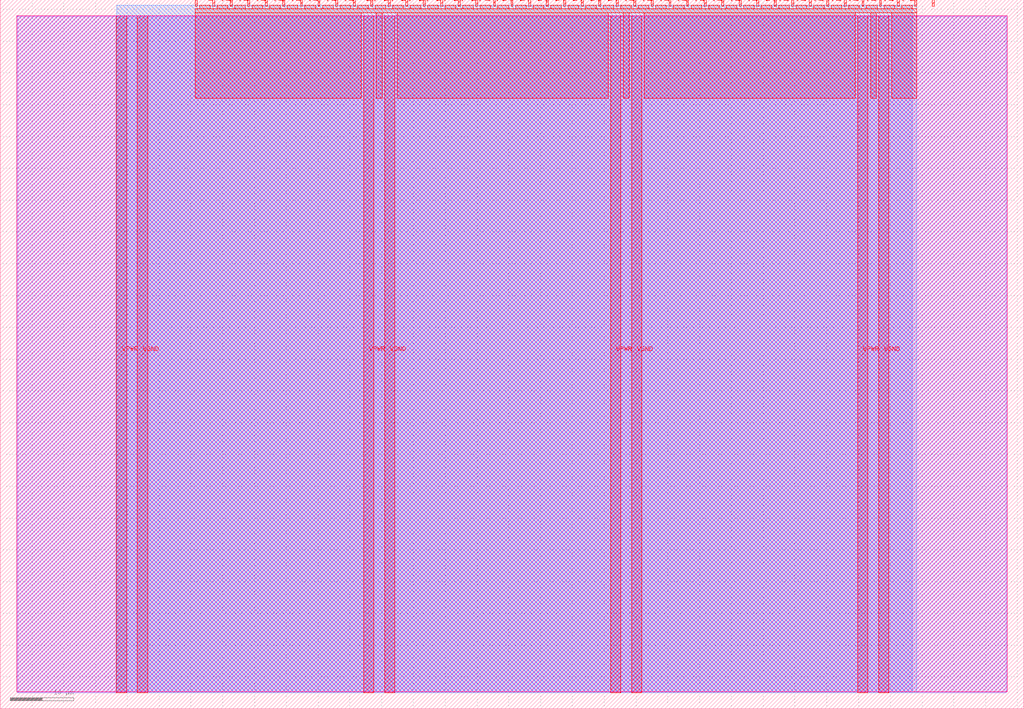
<source format=lef>
VERSION 5.7 ;
  NOWIREEXTENSIONATPIN ON ;
  DIVIDERCHAR "/" ;
  BUSBITCHARS "[]" ;
MACRO tt_um_wokwi_413919522908184577
  CLASS BLOCK ;
  FOREIGN tt_um_wokwi_413919522908184577 ;
  ORIGIN 0.000 0.000 ;
  SIZE 161.000 BY 111.520 ;
  PIN VGND
    DIRECTION INOUT ;
    USE GROUND ;
    PORT
      LAYER met4 ;
        RECT 21.580 2.480 23.180 109.040 ;
    END
    PORT
      LAYER met4 ;
        RECT 60.450 2.480 62.050 109.040 ;
    END
    PORT
      LAYER met4 ;
        RECT 99.320 2.480 100.920 109.040 ;
    END
    PORT
      LAYER met4 ;
        RECT 138.190 2.480 139.790 109.040 ;
    END
  END VGND
  PIN VPWR
    DIRECTION INOUT ;
    USE POWER ;
    PORT
      LAYER met4 ;
        RECT 18.280 2.480 19.880 109.040 ;
    END
    PORT
      LAYER met4 ;
        RECT 57.150 2.480 58.750 109.040 ;
    END
    PORT
      LAYER met4 ;
        RECT 96.020 2.480 97.620 109.040 ;
    END
    PORT
      LAYER met4 ;
        RECT 134.890 2.480 136.490 109.040 ;
    END
  END VPWR
  PIN clk
    DIRECTION INPUT ;
    USE SIGNAL ;
    ANTENNAGATEAREA 0.495000 ;
    PORT
      LAYER met4 ;
        RECT 143.830 110.520 144.130 111.520 ;
    END
  END clk
  PIN ena
    DIRECTION INPUT ;
    USE SIGNAL ;
    PORT
      LAYER met4 ;
        RECT 146.590 110.520 146.890 111.520 ;
    END
  END ena
  PIN rst_n
    DIRECTION INPUT ;
    USE SIGNAL ;
    ANTENNAGATEAREA 0.196500 ;
    PORT
      LAYER met4 ;
        RECT 141.070 110.520 141.370 111.520 ;
    END
  END rst_n
  PIN ui_in[0]
    DIRECTION INPUT ;
    USE SIGNAL ;
    ANTENNAGATEAREA 0.196500 ;
    PORT
      LAYER met4 ;
        RECT 138.310 110.520 138.610 111.520 ;
    END
  END ui_in[0]
  PIN ui_in[1]
    DIRECTION INPUT ;
    USE SIGNAL ;
    ANTENNAGATEAREA 0.196500 ;
    PORT
      LAYER met4 ;
        RECT 135.550 110.520 135.850 111.520 ;
    END
  END ui_in[1]
  PIN ui_in[2]
    DIRECTION INPUT ;
    USE SIGNAL ;
    ANTENNAGATEAREA 0.196500 ;
    PORT
      LAYER met4 ;
        RECT 132.790 110.520 133.090 111.520 ;
    END
  END ui_in[2]
  PIN ui_in[3]
    DIRECTION INPUT ;
    USE SIGNAL ;
    ANTENNAGATEAREA 0.196500 ;
    PORT
      LAYER met4 ;
        RECT 130.030 110.520 130.330 111.520 ;
    END
  END ui_in[3]
  PIN ui_in[4]
    DIRECTION INPUT ;
    USE SIGNAL ;
    ANTENNAGATEAREA 0.159000 ;
    PORT
      LAYER met4 ;
        RECT 127.270 110.520 127.570 111.520 ;
    END
  END ui_in[4]
  PIN ui_in[5]
    DIRECTION INPUT ;
    USE SIGNAL ;
    ANTENNAGATEAREA 0.159000 ;
    PORT
      LAYER met4 ;
        RECT 124.510 110.520 124.810 111.520 ;
    END
  END ui_in[5]
  PIN ui_in[6]
    DIRECTION INPUT ;
    USE SIGNAL ;
    ANTENNAGATEAREA 0.159000 ;
    PORT
      LAYER met4 ;
        RECT 121.750 110.520 122.050 111.520 ;
    END
  END ui_in[6]
  PIN ui_in[7]
    DIRECTION INPUT ;
    USE SIGNAL ;
    ANTENNAGATEAREA 0.159000 ;
    PORT
      LAYER met4 ;
        RECT 118.990 110.520 119.290 111.520 ;
    END
  END ui_in[7]
  PIN uio_in[0]
    DIRECTION INPUT ;
    USE SIGNAL ;
    PORT
      LAYER met4 ;
        RECT 116.230 110.520 116.530 111.520 ;
    END
  END uio_in[0]
  PIN uio_in[1]
    DIRECTION INPUT ;
    USE SIGNAL ;
    PORT
      LAYER met4 ;
        RECT 113.470 110.520 113.770 111.520 ;
    END
  END uio_in[1]
  PIN uio_in[2]
    DIRECTION INPUT ;
    USE SIGNAL ;
    PORT
      LAYER met4 ;
        RECT 110.710 110.520 111.010 111.520 ;
    END
  END uio_in[2]
  PIN uio_in[3]
    DIRECTION INPUT ;
    USE SIGNAL ;
    PORT
      LAYER met4 ;
        RECT 107.950 110.520 108.250 111.520 ;
    END
  END uio_in[3]
  PIN uio_in[4]
    DIRECTION INPUT ;
    USE SIGNAL ;
    PORT
      LAYER met4 ;
        RECT 105.190 110.520 105.490 111.520 ;
    END
  END uio_in[4]
  PIN uio_in[5]
    DIRECTION INPUT ;
    USE SIGNAL ;
    PORT
      LAYER met4 ;
        RECT 102.430 110.520 102.730 111.520 ;
    END
  END uio_in[5]
  PIN uio_in[6]
    DIRECTION INPUT ;
    USE SIGNAL ;
    PORT
      LAYER met4 ;
        RECT 99.670 110.520 99.970 111.520 ;
    END
  END uio_in[6]
  PIN uio_in[7]
    DIRECTION INPUT ;
    USE SIGNAL ;
    PORT
      LAYER met4 ;
        RECT 96.910 110.520 97.210 111.520 ;
    END
  END uio_in[7]
  PIN uio_oe[0]
    DIRECTION OUTPUT ;
    USE SIGNAL ;
    PORT
      LAYER met4 ;
        RECT 49.990 110.520 50.290 111.520 ;
    END
  END uio_oe[0]
  PIN uio_oe[1]
    DIRECTION OUTPUT ;
    USE SIGNAL ;
    PORT
      LAYER met4 ;
        RECT 47.230 110.520 47.530 111.520 ;
    END
  END uio_oe[1]
  PIN uio_oe[2]
    DIRECTION OUTPUT ;
    USE SIGNAL ;
    PORT
      LAYER met4 ;
        RECT 44.470 110.520 44.770 111.520 ;
    END
  END uio_oe[2]
  PIN uio_oe[3]
    DIRECTION OUTPUT ;
    USE SIGNAL ;
    PORT
      LAYER met4 ;
        RECT 41.710 110.520 42.010 111.520 ;
    END
  END uio_oe[3]
  PIN uio_oe[4]
    DIRECTION OUTPUT ;
    USE SIGNAL ;
    PORT
      LAYER met4 ;
        RECT 38.950 110.520 39.250 111.520 ;
    END
  END uio_oe[4]
  PIN uio_oe[5]
    DIRECTION OUTPUT ;
    USE SIGNAL ;
    PORT
      LAYER met4 ;
        RECT 36.190 110.520 36.490 111.520 ;
    END
  END uio_oe[5]
  PIN uio_oe[6]
    DIRECTION OUTPUT ;
    USE SIGNAL ;
    PORT
      LAYER met4 ;
        RECT 33.430 110.520 33.730 111.520 ;
    END
  END uio_oe[6]
  PIN uio_oe[7]
    DIRECTION OUTPUT ;
    USE SIGNAL ;
    PORT
      LAYER met4 ;
        RECT 30.670 110.520 30.970 111.520 ;
    END
  END uio_oe[7]
  PIN uio_out[0]
    DIRECTION OUTPUT ;
    USE SIGNAL ;
    PORT
      LAYER met4 ;
        RECT 72.070 110.520 72.370 111.520 ;
    END
  END uio_out[0]
  PIN uio_out[1]
    DIRECTION OUTPUT ;
    USE SIGNAL ;
    PORT
      LAYER met4 ;
        RECT 69.310 110.520 69.610 111.520 ;
    END
  END uio_out[1]
  PIN uio_out[2]
    DIRECTION OUTPUT ;
    USE SIGNAL ;
    PORT
      LAYER met4 ;
        RECT 66.550 110.520 66.850 111.520 ;
    END
  END uio_out[2]
  PIN uio_out[3]
    DIRECTION OUTPUT ;
    USE SIGNAL ;
    PORT
      LAYER met4 ;
        RECT 63.790 110.520 64.090 111.520 ;
    END
  END uio_out[3]
  PIN uio_out[4]
    DIRECTION OUTPUT ;
    USE SIGNAL ;
    PORT
      LAYER met4 ;
        RECT 61.030 110.520 61.330 111.520 ;
    END
  END uio_out[4]
  PIN uio_out[5]
    DIRECTION OUTPUT ;
    USE SIGNAL ;
    PORT
      LAYER met4 ;
        RECT 58.270 110.520 58.570 111.520 ;
    END
  END uio_out[5]
  PIN uio_out[6]
    DIRECTION OUTPUT ;
    USE SIGNAL ;
    PORT
      LAYER met4 ;
        RECT 55.510 110.520 55.810 111.520 ;
    END
  END uio_out[6]
  PIN uio_out[7]
    DIRECTION OUTPUT ;
    USE SIGNAL ;
    PORT
      LAYER met4 ;
        RECT 52.750 110.520 53.050 111.520 ;
    END
  END uio_out[7]
  PIN uo_out[0]
    DIRECTION OUTPUT ;
    USE SIGNAL ;
    ANTENNADIFFAREA 0.445500 ;
    PORT
      LAYER met4 ;
        RECT 94.150 110.520 94.450 111.520 ;
    END
  END uo_out[0]
  PIN uo_out[1]
    DIRECTION OUTPUT ;
    USE SIGNAL ;
    ANTENNADIFFAREA 0.795200 ;
    PORT
      LAYER met4 ;
        RECT 91.390 110.520 91.690 111.520 ;
    END
  END uo_out[1]
  PIN uo_out[2]
    DIRECTION OUTPUT ;
    USE SIGNAL ;
    ANTENNADIFFAREA 0.445500 ;
    PORT
      LAYER met4 ;
        RECT 88.630 110.520 88.930 111.520 ;
    END
  END uo_out[2]
  PIN uo_out[3]
    DIRECTION OUTPUT ;
    USE SIGNAL ;
    ANTENNADIFFAREA 0.445500 ;
    PORT
      LAYER met4 ;
        RECT 85.870 110.520 86.170 111.520 ;
    END
  END uo_out[3]
  PIN uo_out[4]
    DIRECTION OUTPUT ;
    USE SIGNAL ;
    ANTENNADIFFAREA 0.445500 ;
    PORT
      LAYER met4 ;
        RECT 83.110 110.520 83.410 111.520 ;
    END
  END uo_out[4]
  PIN uo_out[5]
    DIRECTION OUTPUT ;
    USE SIGNAL ;
    ANTENNADIFFAREA 0.445500 ;
    PORT
      LAYER met4 ;
        RECT 80.350 110.520 80.650 111.520 ;
    END
  END uo_out[5]
  PIN uo_out[6]
    DIRECTION OUTPUT ;
    USE SIGNAL ;
    ANTENNADIFFAREA 0.445500 ;
    PORT
      LAYER met4 ;
        RECT 77.590 110.520 77.890 111.520 ;
    END
  END uo_out[6]
  PIN uo_out[7]
    DIRECTION OUTPUT ;
    USE SIGNAL ;
    ANTENNADIFFAREA 0.445500 ;
    PORT
      LAYER met4 ;
        RECT 74.830 110.520 75.130 111.520 ;
    END
  END uo_out[7]
  OBS
      LAYER nwell ;
        RECT 2.570 2.635 158.430 108.990 ;
      LAYER li1 ;
        RECT 2.760 2.635 158.240 108.885 ;
      LAYER met1 ;
        RECT 2.760 2.480 158.240 109.040 ;
      LAYER met2 ;
        RECT 18.310 2.535 143.430 110.685 ;
      LAYER met3 ;
        RECT 18.290 2.555 144.170 110.665 ;
      LAYER met4 ;
        RECT 31.370 110.120 33.030 110.665 ;
        RECT 34.130 110.120 35.790 110.665 ;
        RECT 36.890 110.120 38.550 110.665 ;
        RECT 39.650 110.120 41.310 110.665 ;
        RECT 42.410 110.120 44.070 110.665 ;
        RECT 45.170 110.120 46.830 110.665 ;
        RECT 47.930 110.120 49.590 110.665 ;
        RECT 50.690 110.120 52.350 110.665 ;
        RECT 53.450 110.120 55.110 110.665 ;
        RECT 56.210 110.120 57.870 110.665 ;
        RECT 58.970 110.120 60.630 110.665 ;
        RECT 61.730 110.120 63.390 110.665 ;
        RECT 64.490 110.120 66.150 110.665 ;
        RECT 67.250 110.120 68.910 110.665 ;
        RECT 70.010 110.120 71.670 110.665 ;
        RECT 72.770 110.120 74.430 110.665 ;
        RECT 75.530 110.120 77.190 110.665 ;
        RECT 78.290 110.120 79.950 110.665 ;
        RECT 81.050 110.120 82.710 110.665 ;
        RECT 83.810 110.120 85.470 110.665 ;
        RECT 86.570 110.120 88.230 110.665 ;
        RECT 89.330 110.120 90.990 110.665 ;
        RECT 92.090 110.120 93.750 110.665 ;
        RECT 94.850 110.120 96.510 110.665 ;
        RECT 97.610 110.120 99.270 110.665 ;
        RECT 100.370 110.120 102.030 110.665 ;
        RECT 103.130 110.120 104.790 110.665 ;
        RECT 105.890 110.120 107.550 110.665 ;
        RECT 108.650 110.120 110.310 110.665 ;
        RECT 111.410 110.120 113.070 110.665 ;
        RECT 114.170 110.120 115.830 110.665 ;
        RECT 116.930 110.120 118.590 110.665 ;
        RECT 119.690 110.120 121.350 110.665 ;
        RECT 122.450 110.120 124.110 110.665 ;
        RECT 125.210 110.120 126.870 110.665 ;
        RECT 127.970 110.120 129.630 110.665 ;
        RECT 130.730 110.120 132.390 110.665 ;
        RECT 133.490 110.120 135.150 110.665 ;
        RECT 136.250 110.120 137.910 110.665 ;
        RECT 139.010 110.120 140.670 110.665 ;
        RECT 141.770 110.120 143.430 110.665 ;
        RECT 30.655 109.440 144.145 110.120 ;
        RECT 30.655 96.055 56.750 109.440 ;
        RECT 59.150 96.055 60.050 109.440 ;
        RECT 62.450 96.055 95.620 109.440 ;
        RECT 98.020 96.055 98.920 109.440 ;
        RECT 101.320 96.055 134.490 109.440 ;
        RECT 136.890 96.055 137.790 109.440 ;
        RECT 140.190 96.055 144.145 109.440 ;
  END
END tt_um_wokwi_413919522908184577
END LIBRARY


</source>
